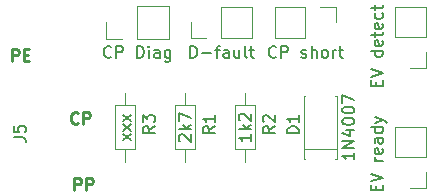
<source format=gbr>
G04 #@! TF.FileFunction,Legend,Top*
%FSLAX46Y46*%
G04 Gerber Fmt 4.6, Leading zero omitted, Abs format (unit mm)*
G04 Created by KiCad (PCBNEW 4.0.6) date 2018 January 14, Sunday 15:25:02*
%MOMM*%
%LPD*%
G01*
G04 APERTURE LIST*
%ADD10C,0.100000*%
%ADD11C,0.250000*%
%ADD12C,0.120000*%
%ADD13C,0.150000*%
G04 APERTURE END LIST*
D10*
D11*
X130302095Y-110688381D02*
X130302095Y-109688381D01*
X130683048Y-109688381D01*
X130778286Y-109736000D01*
X130825905Y-109783619D01*
X130873524Y-109878857D01*
X130873524Y-110021714D01*
X130825905Y-110116952D01*
X130778286Y-110164571D01*
X130683048Y-110212190D01*
X130302095Y-110212190D01*
X131302095Y-110688381D02*
X131302095Y-109688381D01*
X131683048Y-109688381D01*
X131778286Y-109736000D01*
X131825905Y-109783619D01*
X131873524Y-109878857D01*
X131873524Y-110021714D01*
X131825905Y-110116952D01*
X131778286Y-110164571D01*
X131683048Y-110212190D01*
X131302095Y-110212190D01*
X130619524Y-105005143D02*
X130571905Y-105052762D01*
X130429048Y-105100381D01*
X130333810Y-105100381D01*
X130190952Y-105052762D01*
X130095714Y-104957524D01*
X130048095Y-104862286D01*
X130000476Y-104671810D01*
X130000476Y-104528952D01*
X130048095Y-104338476D01*
X130095714Y-104243238D01*
X130190952Y-104148000D01*
X130333810Y-104100381D01*
X130429048Y-104100381D01*
X130571905Y-104148000D01*
X130619524Y-104195619D01*
X131048095Y-105100381D02*
X131048095Y-104100381D01*
X131429048Y-104100381D01*
X131524286Y-104148000D01*
X131571905Y-104195619D01*
X131619524Y-104290857D01*
X131619524Y-104433714D01*
X131571905Y-104528952D01*
X131524286Y-104576571D01*
X131429048Y-104624190D01*
X131048095Y-104624190D01*
X125015714Y-99766381D02*
X125015714Y-98766381D01*
X125396667Y-98766381D01*
X125491905Y-98814000D01*
X125539524Y-98861619D01*
X125587143Y-98956857D01*
X125587143Y-99099714D01*
X125539524Y-99194952D01*
X125491905Y-99242571D01*
X125396667Y-99290190D01*
X125015714Y-99290190D01*
X126015714Y-99242571D02*
X126349048Y-99242571D01*
X126491905Y-99766381D02*
X126015714Y-99766381D01*
X126015714Y-98766381D01*
X126491905Y-98766381D01*
D12*
X149850000Y-108070000D02*
X149720000Y-108070000D01*
X149720000Y-108070000D02*
X149720000Y-102750000D01*
X149720000Y-102750000D02*
X149850000Y-102750000D01*
X152410000Y-108070000D02*
X152540000Y-108070000D01*
X152540000Y-108070000D02*
X152540000Y-102750000D01*
X152540000Y-102750000D02*
X152410000Y-102750000D01*
X149720000Y-107230000D02*
X152540000Y-107230000D01*
X145348000Y-97850000D02*
X145348000Y-95190000D01*
X142748000Y-97850000D02*
X145348000Y-97850000D01*
X142748000Y-95190000D02*
X145348000Y-95190000D01*
X142748000Y-97850000D02*
X142748000Y-95190000D01*
X141478000Y-97850000D02*
X140148000Y-97850000D01*
X140148000Y-97850000D02*
X140148000Y-96520000D01*
X160080000Y-95190000D02*
X157420000Y-95190000D01*
X160080000Y-97790000D02*
X160080000Y-95190000D01*
X157420000Y-97790000D02*
X157420000Y-95190000D01*
X160080000Y-97790000D02*
X157420000Y-97790000D01*
X160080000Y-99060000D02*
X160080000Y-100390000D01*
X160080000Y-100390000D02*
X158750000Y-100390000D01*
X147260000Y-95190000D02*
X147260000Y-97850000D01*
X149860000Y-95190000D02*
X147260000Y-95190000D01*
X149860000Y-97850000D02*
X147260000Y-97850000D01*
X149860000Y-95190000D02*
X149860000Y-97850000D01*
X151130000Y-95190000D02*
X152460000Y-95190000D01*
X152460000Y-95190000D02*
X152460000Y-96520000D01*
X160080000Y-105350000D02*
X157420000Y-105350000D01*
X160080000Y-107950000D02*
X160080000Y-105350000D01*
X157420000Y-107950000D02*
X157420000Y-105350000D01*
X160080000Y-107950000D02*
X157420000Y-107950000D01*
X160080000Y-109220000D02*
X160080000Y-110550000D01*
X160080000Y-110550000D02*
X158750000Y-110550000D01*
X138840000Y-107270000D02*
X140560000Y-107270000D01*
X140560000Y-107270000D02*
X140560000Y-103550000D01*
X140560000Y-103550000D02*
X138840000Y-103550000D01*
X138840000Y-103550000D02*
X138840000Y-107270000D01*
X139700000Y-108340000D02*
X139700000Y-107270000D01*
X139700000Y-102480000D02*
X139700000Y-103550000D01*
X143920000Y-107270000D02*
X145640000Y-107270000D01*
X145640000Y-107270000D02*
X145640000Y-103550000D01*
X145640000Y-103550000D02*
X143920000Y-103550000D01*
X143920000Y-103550000D02*
X143920000Y-107270000D01*
X144780000Y-108340000D02*
X144780000Y-107270000D01*
X144780000Y-102480000D02*
X144780000Y-103550000D01*
X133760000Y-107270000D02*
X135480000Y-107270000D01*
X135480000Y-107270000D02*
X135480000Y-103550000D01*
X135480000Y-103550000D02*
X133760000Y-103550000D01*
X133760000Y-103550000D02*
X133760000Y-107270000D01*
X134620000Y-108340000D02*
X134620000Y-107270000D01*
X134620000Y-102480000D02*
X134620000Y-103550000D01*
X135636000Y-97910000D02*
X138296000Y-97910000D01*
X138296000Y-97910000D02*
X138296000Y-95130000D01*
X138296000Y-95130000D02*
X135636000Y-95130000D01*
X135636000Y-95130000D02*
X135636000Y-97910000D01*
X134366000Y-97910000D02*
X132976000Y-97910000D01*
X132976000Y-97910000D02*
X132976000Y-96520000D01*
D13*
X149296381Y-105894095D02*
X148296381Y-105894095D01*
X148296381Y-105656000D01*
X148344000Y-105513142D01*
X148439238Y-105417904D01*
X148534476Y-105370285D01*
X148724952Y-105322666D01*
X148867810Y-105322666D01*
X149058286Y-105370285D01*
X149153524Y-105417904D01*
X149248762Y-105513142D01*
X149296381Y-105656000D01*
X149296381Y-105894095D01*
X149296381Y-104370285D02*
X149296381Y-104941714D01*
X149296381Y-104656000D02*
X148296381Y-104656000D01*
X148439238Y-104751238D01*
X148534476Y-104846476D01*
X148582095Y-104941714D01*
X153992381Y-107552857D02*
X153992381Y-108124286D01*
X153992381Y-107838572D02*
X152992381Y-107838572D01*
X153135238Y-107933810D01*
X153230476Y-108029048D01*
X153278095Y-108124286D01*
X153992381Y-107124286D02*
X152992381Y-107124286D01*
X153992381Y-106552857D01*
X152992381Y-106552857D01*
X153325714Y-105648095D02*
X153992381Y-105648095D01*
X152944762Y-105886191D02*
X153659048Y-106124286D01*
X153659048Y-105505238D01*
X152992381Y-104933810D02*
X152992381Y-104838571D01*
X153040000Y-104743333D01*
X153087619Y-104695714D01*
X153182857Y-104648095D01*
X153373333Y-104600476D01*
X153611429Y-104600476D01*
X153801905Y-104648095D01*
X153897143Y-104695714D01*
X153944762Y-104743333D01*
X153992381Y-104838571D01*
X153992381Y-104933810D01*
X153944762Y-105029048D01*
X153897143Y-105076667D01*
X153801905Y-105124286D01*
X153611429Y-105171905D01*
X153373333Y-105171905D01*
X153182857Y-105124286D01*
X153087619Y-105076667D01*
X153040000Y-105029048D01*
X152992381Y-104933810D01*
X152992381Y-103981429D02*
X152992381Y-103886190D01*
X153040000Y-103790952D01*
X153087619Y-103743333D01*
X153182857Y-103695714D01*
X153373333Y-103648095D01*
X153611429Y-103648095D01*
X153801905Y-103695714D01*
X153897143Y-103743333D01*
X153944762Y-103790952D01*
X153992381Y-103886190D01*
X153992381Y-103981429D01*
X153944762Y-104076667D01*
X153897143Y-104124286D01*
X153801905Y-104171905D01*
X153611429Y-104219524D01*
X153373333Y-104219524D01*
X153182857Y-104171905D01*
X153087619Y-104124286D01*
X153040000Y-104076667D01*
X152992381Y-103981429D01*
X152992381Y-103314762D02*
X152992381Y-102648095D01*
X153992381Y-103076667D01*
X140128952Y-99512381D02*
X140128952Y-98512381D01*
X140367047Y-98512381D01*
X140509905Y-98560000D01*
X140605143Y-98655238D01*
X140652762Y-98750476D01*
X140700381Y-98940952D01*
X140700381Y-99083810D01*
X140652762Y-99274286D01*
X140605143Y-99369524D01*
X140509905Y-99464762D01*
X140367047Y-99512381D01*
X140128952Y-99512381D01*
X141128952Y-99131429D02*
X141890857Y-99131429D01*
X142224190Y-98845714D02*
X142605142Y-98845714D01*
X142367047Y-99512381D02*
X142367047Y-98655238D01*
X142414666Y-98560000D01*
X142509904Y-98512381D01*
X142605142Y-98512381D01*
X143367048Y-99512381D02*
X143367048Y-98988571D01*
X143319429Y-98893333D01*
X143224191Y-98845714D01*
X143033714Y-98845714D01*
X142938476Y-98893333D01*
X143367048Y-99464762D02*
X143271810Y-99512381D01*
X143033714Y-99512381D01*
X142938476Y-99464762D01*
X142890857Y-99369524D01*
X142890857Y-99274286D01*
X142938476Y-99179048D01*
X143033714Y-99131429D01*
X143271810Y-99131429D01*
X143367048Y-99083810D01*
X144271810Y-98845714D02*
X144271810Y-99512381D01*
X143843238Y-98845714D02*
X143843238Y-99369524D01*
X143890857Y-99464762D01*
X143986095Y-99512381D01*
X144128953Y-99512381D01*
X144224191Y-99464762D01*
X144271810Y-99417143D01*
X144890857Y-99512381D02*
X144795619Y-99464762D01*
X144748000Y-99369524D01*
X144748000Y-98512381D01*
X145128953Y-98845714D02*
X145509905Y-98845714D01*
X145271810Y-98512381D02*
X145271810Y-99369524D01*
X145319429Y-99464762D01*
X145414667Y-99512381D01*
X145509905Y-99512381D01*
X155884571Y-101885334D02*
X155884571Y-101552000D01*
X156408381Y-101409143D02*
X156408381Y-101885334D01*
X155408381Y-101885334D01*
X155408381Y-101409143D01*
X155408381Y-101123429D02*
X156408381Y-100790096D01*
X155408381Y-100456762D01*
X156408381Y-98932952D02*
X155408381Y-98932952D01*
X156360762Y-98932952D02*
X156408381Y-99028190D01*
X156408381Y-99218667D01*
X156360762Y-99313905D01*
X156313143Y-99361524D01*
X156217905Y-99409143D01*
X155932190Y-99409143D01*
X155836952Y-99361524D01*
X155789333Y-99313905D01*
X155741714Y-99218667D01*
X155741714Y-99028190D01*
X155789333Y-98932952D01*
X156360762Y-98075809D02*
X156408381Y-98171047D01*
X156408381Y-98361524D01*
X156360762Y-98456762D01*
X156265524Y-98504381D01*
X155884571Y-98504381D01*
X155789333Y-98456762D01*
X155741714Y-98361524D01*
X155741714Y-98171047D01*
X155789333Y-98075809D01*
X155884571Y-98028190D01*
X155979810Y-98028190D01*
X156075048Y-98504381D01*
X155741714Y-97742476D02*
X155741714Y-97361524D01*
X155408381Y-97599619D02*
X156265524Y-97599619D01*
X156360762Y-97552000D01*
X156408381Y-97456762D01*
X156408381Y-97361524D01*
X156360762Y-96647237D02*
X156408381Y-96742475D01*
X156408381Y-96932952D01*
X156360762Y-97028190D01*
X156265524Y-97075809D01*
X155884571Y-97075809D01*
X155789333Y-97028190D01*
X155741714Y-96932952D01*
X155741714Y-96742475D01*
X155789333Y-96647237D01*
X155884571Y-96599618D01*
X155979810Y-96599618D01*
X156075048Y-97075809D01*
X156360762Y-95742475D02*
X156408381Y-95837713D01*
X156408381Y-96028190D01*
X156360762Y-96123428D01*
X156313143Y-96171047D01*
X156217905Y-96218666D01*
X155932190Y-96218666D01*
X155836952Y-96171047D01*
X155789333Y-96123428D01*
X155741714Y-96028190D01*
X155741714Y-95837713D01*
X155789333Y-95742475D01*
X155741714Y-95456761D02*
X155741714Y-95075809D01*
X155408381Y-95313904D02*
X156265524Y-95313904D01*
X156360762Y-95266285D01*
X156408381Y-95171047D01*
X156408381Y-95075809D01*
X147383809Y-99417143D02*
X147336190Y-99464762D01*
X147193333Y-99512381D01*
X147098095Y-99512381D01*
X146955237Y-99464762D01*
X146859999Y-99369524D01*
X146812380Y-99274286D01*
X146764761Y-99083810D01*
X146764761Y-98940952D01*
X146812380Y-98750476D01*
X146859999Y-98655238D01*
X146955237Y-98560000D01*
X147098095Y-98512381D01*
X147193333Y-98512381D01*
X147336190Y-98560000D01*
X147383809Y-98607619D01*
X147812380Y-99512381D02*
X147812380Y-98512381D01*
X148193333Y-98512381D01*
X148288571Y-98560000D01*
X148336190Y-98607619D01*
X148383809Y-98702857D01*
X148383809Y-98845714D01*
X148336190Y-98940952D01*
X148288571Y-98988571D01*
X148193333Y-99036190D01*
X147812380Y-99036190D01*
X149526666Y-99464762D02*
X149621904Y-99512381D01*
X149812380Y-99512381D01*
X149907619Y-99464762D01*
X149955238Y-99369524D01*
X149955238Y-99321905D01*
X149907619Y-99226667D01*
X149812380Y-99179048D01*
X149669523Y-99179048D01*
X149574285Y-99131429D01*
X149526666Y-99036190D01*
X149526666Y-98988571D01*
X149574285Y-98893333D01*
X149669523Y-98845714D01*
X149812380Y-98845714D01*
X149907619Y-98893333D01*
X150383809Y-99512381D02*
X150383809Y-98512381D01*
X150812381Y-99512381D02*
X150812381Y-98988571D01*
X150764762Y-98893333D01*
X150669524Y-98845714D01*
X150526666Y-98845714D01*
X150431428Y-98893333D01*
X150383809Y-98940952D01*
X151431428Y-99512381D02*
X151336190Y-99464762D01*
X151288571Y-99417143D01*
X151240952Y-99321905D01*
X151240952Y-99036190D01*
X151288571Y-98940952D01*
X151336190Y-98893333D01*
X151431428Y-98845714D01*
X151574286Y-98845714D01*
X151669524Y-98893333D01*
X151717143Y-98940952D01*
X151764762Y-99036190D01*
X151764762Y-99321905D01*
X151717143Y-99417143D01*
X151669524Y-99464762D01*
X151574286Y-99512381D01*
X151431428Y-99512381D01*
X152193333Y-99512381D02*
X152193333Y-98845714D01*
X152193333Y-99036190D02*
X152240952Y-98940952D01*
X152288571Y-98893333D01*
X152383809Y-98845714D01*
X152479048Y-98845714D01*
X152669524Y-98845714D02*
X153050476Y-98845714D01*
X152812381Y-98512381D02*
X152812381Y-99369524D01*
X152860000Y-99464762D01*
X152955238Y-99512381D01*
X153050476Y-99512381D01*
X155884571Y-110743620D02*
X155884571Y-110410286D01*
X156408381Y-110267429D02*
X156408381Y-110743620D01*
X155408381Y-110743620D01*
X155408381Y-110267429D01*
X155408381Y-109981715D02*
X156408381Y-109648382D01*
X155408381Y-109315048D01*
X156408381Y-108219810D02*
X155741714Y-108219810D01*
X155932190Y-108219810D02*
X155836952Y-108172191D01*
X155789333Y-108124572D01*
X155741714Y-108029334D01*
X155741714Y-107934095D01*
X156360762Y-107219809D02*
X156408381Y-107315047D01*
X156408381Y-107505524D01*
X156360762Y-107600762D01*
X156265524Y-107648381D01*
X155884571Y-107648381D01*
X155789333Y-107600762D01*
X155741714Y-107505524D01*
X155741714Y-107315047D01*
X155789333Y-107219809D01*
X155884571Y-107172190D01*
X155979810Y-107172190D01*
X156075048Y-107648381D01*
X156408381Y-106315047D02*
X155884571Y-106315047D01*
X155789333Y-106362666D01*
X155741714Y-106457904D01*
X155741714Y-106648381D01*
X155789333Y-106743619D01*
X156360762Y-106315047D02*
X156408381Y-106410285D01*
X156408381Y-106648381D01*
X156360762Y-106743619D01*
X156265524Y-106791238D01*
X156170286Y-106791238D01*
X156075048Y-106743619D01*
X156027429Y-106648381D01*
X156027429Y-106410285D01*
X155979810Y-106315047D01*
X156408381Y-105410285D02*
X155408381Y-105410285D01*
X156360762Y-105410285D02*
X156408381Y-105505523D01*
X156408381Y-105696000D01*
X156360762Y-105791238D01*
X156313143Y-105838857D01*
X156217905Y-105886476D01*
X155932190Y-105886476D01*
X155836952Y-105838857D01*
X155789333Y-105791238D01*
X155741714Y-105696000D01*
X155741714Y-105505523D01*
X155789333Y-105410285D01*
X155741714Y-105029333D02*
X156408381Y-104791238D01*
X155741714Y-104553142D02*
X156408381Y-104791238D01*
X156646476Y-104886476D01*
X156694095Y-104934095D01*
X156741714Y-105029333D01*
X142184381Y-105322666D02*
X141708190Y-105656000D01*
X142184381Y-105894095D02*
X141184381Y-105894095D01*
X141184381Y-105513142D01*
X141232000Y-105417904D01*
X141279619Y-105370285D01*
X141374857Y-105322666D01*
X141517714Y-105322666D01*
X141612952Y-105370285D01*
X141660571Y-105417904D01*
X141708190Y-105513142D01*
X141708190Y-105894095D01*
X142184381Y-104370285D02*
X142184381Y-104941714D01*
X142184381Y-104656000D02*
X141184381Y-104656000D01*
X141327238Y-104751238D01*
X141422476Y-104846476D01*
X141470095Y-104941714D01*
X139247619Y-106576667D02*
X139200000Y-106529048D01*
X139152381Y-106433810D01*
X139152381Y-106195714D01*
X139200000Y-106100476D01*
X139247619Y-106052857D01*
X139342857Y-106005238D01*
X139438095Y-106005238D01*
X139580952Y-106052857D01*
X140152381Y-106624286D01*
X140152381Y-106005238D01*
X140152381Y-105576667D02*
X139152381Y-105576667D01*
X139771429Y-105481429D02*
X140152381Y-105195714D01*
X139485714Y-105195714D02*
X139866667Y-105576667D01*
X139152381Y-104862381D02*
X139152381Y-104195714D01*
X140152381Y-104624286D01*
X147264381Y-105322666D02*
X146788190Y-105656000D01*
X147264381Y-105894095D02*
X146264381Y-105894095D01*
X146264381Y-105513142D01*
X146312000Y-105417904D01*
X146359619Y-105370285D01*
X146454857Y-105322666D01*
X146597714Y-105322666D01*
X146692952Y-105370285D01*
X146740571Y-105417904D01*
X146788190Y-105513142D01*
X146788190Y-105894095D01*
X146359619Y-104941714D02*
X146312000Y-104894095D01*
X146264381Y-104798857D01*
X146264381Y-104560761D01*
X146312000Y-104465523D01*
X146359619Y-104417904D01*
X146454857Y-104370285D01*
X146550095Y-104370285D01*
X146692952Y-104417904D01*
X147264381Y-104989333D01*
X147264381Y-104370285D01*
X145232381Y-106005238D02*
X145232381Y-106576667D01*
X145232381Y-106290953D02*
X144232381Y-106290953D01*
X144375238Y-106386191D01*
X144470476Y-106481429D01*
X144518095Y-106576667D01*
X145232381Y-105576667D02*
X144232381Y-105576667D01*
X144851429Y-105481429D02*
X145232381Y-105195714D01*
X144565714Y-105195714D02*
X144946667Y-105576667D01*
X144327619Y-104814762D02*
X144280000Y-104767143D01*
X144232381Y-104671905D01*
X144232381Y-104433809D01*
X144280000Y-104338571D01*
X144327619Y-104290952D01*
X144422857Y-104243333D01*
X144518095Y-104243333D01*
X144660952Y-104290952D01*
X145232381Y-104862381D01*
X145232381Y-104243333D01*
X137104381Y-105322666D02*
X136628190Y-105656000D01*
X137104381Y-105894095D02*
X136104381Y-105894095D01*
X136104381Y-105513142D01*
X136152000Y-105417904D01*
X136199619Y-105370285D01*
X136294857Y-105322666D01*
X136437714Y-105322666D01*
X136532952Y-105370285D01*
X136580571Y-105417904D01*
X136628190Y-105513142D01*
X136628190Y-105894095D01*
X136104381Y-104989333D02*
X136104381Y-104370285D01*
X136485333Y-104703619D01*
X136485333Y-104560761D01*
X136532952Y-104465523D01*
X136580571Y-104417904D01*
X136675810Y-104370285D01*
X136913905Y-104370285D01*
X137009143Y-104417904D01*
X137056762Y-104465523D01*
X137104381Y-104560761D01*
X137104381Y-104846476D01*
X137056762Y-104941714D01*
X137009143Y-104989333D01*
X135072381Y-106481429D02*
X134405714Y-105957619D01*
X134405714Y-106481429D02*
X135072381Y-105957619D01*
X135072381Y-105671905D02*
X134405714Y-105148095D01*
X134405714Y-105671905D02*
X135072381Y-105148095D01*
X135072381Y-104862381D02*
X134405714Y-104338571D01*
X134405714Y-104862381D02*
X135072381Y-104338571D01*
X125182381Y-106251333D02*
X125896667Y-106251333D01*
X126039524Y-106298953D01*
X126134762Y-106394191D01*
X126182381Y-106537048D01*
X126182381Y-106632286D01*
X125182381Y-105298952D02*
X125182381Y-105775143D01*
X125658571Y-105822762D01*
X125610952Y-105775143D01*
X125563333Y-105679905D01*
X125563333Y-105441809D01*
X125610952Y-105346571D01*
X125658571Y-105298952D01*
X125753810Y-105251333D01*
X125991905Y-105251333D01*
X126087143Y-105298952D01*
X126134762Y-105346571D01*
X126182381Y-105441809D01*
X126182381Y-105679905D01*
X126134762Y-105775143D01*
X126087143Y-105822762D01*
X133421715Y-99417143D02*
X133374096Y-99464762D01*
X133231239Y-99512381D01*
X133136001Y-99512381D01*
X132993143Y-99464762D01*
X132897905Y-99369524D01*
X132850286Y-99274286D01*
X132802667Y-99083810D01*
X132802667Y-98940952D01*
X132850286Y-98750476D01*
X132897905Y-98655238D01*
X132993143Y-98560000D01*
X133136001Y-98512381D01*
X133231239Y-98512381D01*
X133374096Y-98560000D01*
X133421715Y-98607619D01*
X133850286Y-99512381D02*
X133850286Y-98512381D01*
X134231239Y-98512381D01*
X134326477Y-98560000D01*
X134374096Y-98607619D01*
X134421715Y-98702857D01*
X134421715Y-98845714D01*
X134374096Y-98940952D01*
X134326477Y-98988571D01*
X134231239Y-99036190D01*
X133850286Y-99036190D01*
X135612191Y-99512381D02*
X135612191Y-98512381D01*
X135850286Y-98512381D01*
X135993144Y-98560000D01*
X136088382Y-98655238D01*
X136136001Y-98750476D01*
X136183620Y-98940952D01*
X136183620Y-99083810D01*
X136136001Y-99274286D01*
X136088382Y-99369524D01*
X135993144Y-99464762D01*
X135850286Y-99512381D01*
X135612191Y-99512381D01*
X136612191Y-99512381D02*
X136612191Y-98845714D01*
X136612191Y-98512381D02*
X136564572Y-98560000D01*
X136612191Y-98607619D01*
X136659810Y-98560000D01*
X136612191Y-98512381D01*
X136612191Y-98607619D01*
X137516953Y-99512381D02*
X137516953Y-98988571D01*
X137469334Y-98893333D01*
X137374096Y-98845714D01*
X137183619Y-98845714D01*
X137088381Y-98893333D01*
X137516953Y-99464762D02*
X137421715Y-99512381D01*
X137183619Y-99512381D01*
X137088381Y-99464762D01*
X137040762Y-99369524D01*
X137040762Y-99274286D01*
X137088381Y-99179048D01*
X137183619Y-99131429D01*
X137421715Y-99131429D01*
X137516953Y-99083810D01*
X138421715Y-98845714D02*
X138421715Y-99655238D01*
X138374096Y-99750476D01*
X138326477Y-99798095D01*
X138231238Y-99845714D01*
X138088381Y-99845714D01*
X137993143Y-99798095D01*
X138421715Y-99464762D02*
X138326477Y-99512381D01*
X138136000Y-99512381D01*
X138040762Y-99464762D01*
X137993143Y-99417143D01*
X137945524Y-99321905D01*
X137945524Y-99036190D01*
X137993143Y-98940952D01*
X138040762Y-98893333D01*
X138136000Y-98845714D01*
X138326477Y-98845714D01*
X138421715Y-98893333D01*
M02*

</source>
